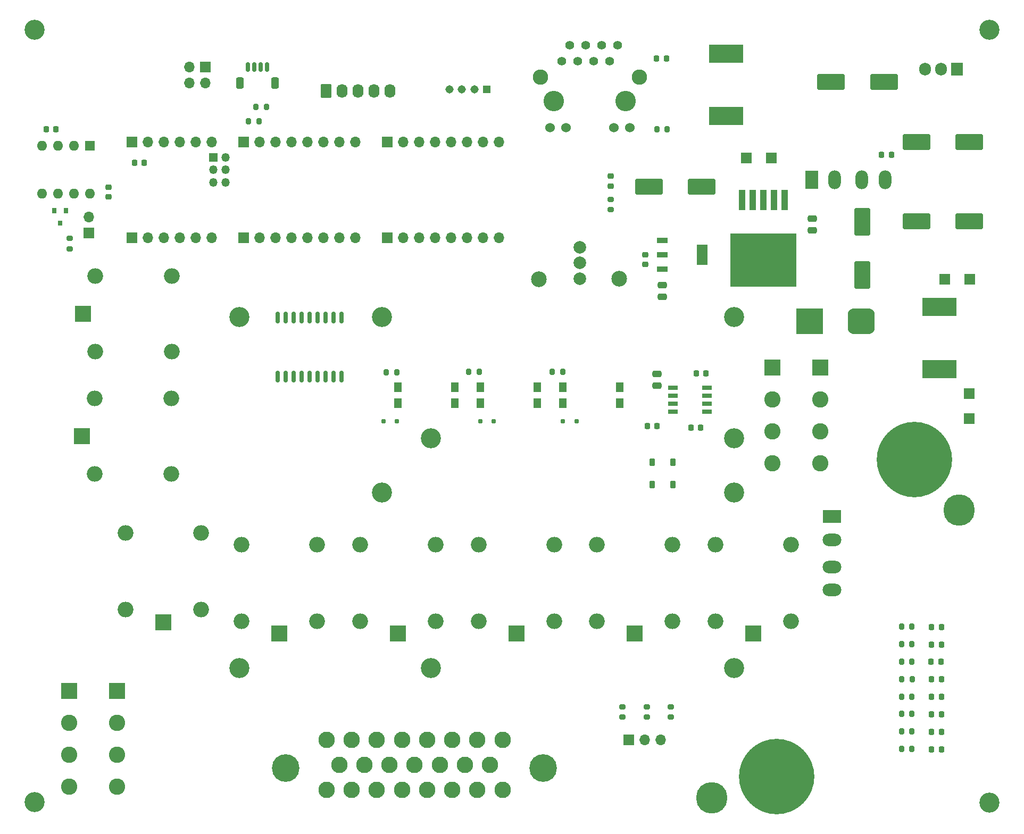
<source format=gbr>
%TF.GenerationSoftware,KiCad,Pcbnew,8.0.8*%
%TF.CreationDate,2025-03-16T07:00:45-06:00*%
%TF.ProjectId,RC11,52433131-2e6b-4696-9361-645f70636258,rev?*%
%TF.SameCoordinates,Original*%
%TF.FileFunction,Soldermask,Top*%
%TF.FilePolarity,Negative*%
%FSLAX46Y46*%
G04 Gerber Fmt 4.6, Leading zero omitted, Abs format (unit mm)*
G04 Created by KiCad (PCBNEW 8.0.8) date 2025-03-16 07:00:45*
%MOMM*%
%LPD*%
G01*
G04 APERTURE LIST*
G04 Aperture macros list*
%AMRoundRect*
0 Rectangle with rounded corners*
0 $1 Rounding radius*
0 $2 $3 $4 $5 $6 $7 $8 $9 X,Y pos of 4 corners*
0 Add a 4 corners polygon primitive as box body*
4,1,4,$2,$3,$4,$5,$6,$7,$8,$9,$2,$3,0*
0 Add four circle primitives for the rounded corners*
1,1,$1+$1,$2,$3*
1,1,$1+$1,$4,$5*
1,1,$1+$1,$6,$7*
1,1,$1+$1,$8,$9*
0 Add four rect primitives between the rounded corners*
20,1,$1+$1,$2,$3,$4,$5,0*
20,1,$1+$1,$4,$5,$6,$7,0*
20,1,$1+$1,$6,$7,$8,$9,0*
20,1,$1+$1,$8,$9,$2,$3,0*%
G04 Aperture macros list end*
%ADD10C,0.010000*%
%ADD11R,1.600000X1.600000*%
%ADD12O,1.600000X1.600000*%
%ADD13R,1.300000X1.500000*%
%ADD14R,1.500000X0.650000*%
%ADD15R,1.905000X2.000000*%
%ADD16O,1.905000X2.000000*%
%ADD17RoundRect,0.150000X-0.150000X0.800000X-0.150000X-0.800000X0.150000X-0.800000X0.150000X0.800000X0*%
%ADD18C,2.500000*%
%ADD19C,2.000000*%
%ADD20RoundRect,0.200000X0.275000X-0.200000X0.275000X0.200000X-0.275000X0.200000X-0.275000X-0.200000X0*%
%ADD21RoundRect,0.200000X-0.275000X0.200000X-0.275000X-0.200000X0.275000X-0.200000X0.275000X0.200000X0*%
%ADD22RoundRect,0.200000X0.200000X0.275000X-0.200000X0.275000X-0.200000X-0.275000X0.200000X-0.275000X0*%
%ADD23RoundRect,0.225000X-0.225000X-0.250000X0.225000X-0.250000X0.225000X0.250000X-0.225000X0.250000X0*%
%ADD24RoundRect,0.200000X-0.200000X-0.275000X0.200000X-0.275000X0.200000X0.275000X-0.200000X0.275000X0*%
%ADD25R,5.400000X2.900000*%
%ADD26R,2.600000X2.600000*%
%ADD27C,2.600000*%
%ADD28O,2.500000X2.500000*%
%ADD29R,2.500000X2.500000*%
%ADD30R,1.308000X1.308000*%
%ADD31C,1.308000*%
%ADD32R,1.700000X1.700000*%
%ADD33O,1.700000X1.700000*%
%ADD34C,3.251200*%
%ADD35C,1.397000*%
%ADD36C,1.524000*%
%ADD37C,2.445000*%
%ADD38RoundRect,0.250000X-0.620000X-0.845000X0.620000X-0.845000X0.620000X0.845000X-0.620000X0.845000X0*%
%ADD39O,1.740000X2.190000*%
%ADD40C,2.625000*%
%ADD41C,4.395000*%
%ADD42C,12.000000*%
%ADD43C,5.000000*%
%ADD44RoundRect,0.150000X0.150000X0.625000X-0.150000X0.625000X-0.150000X-0.625000X0.150000X-0.625000X0*%
%ADD45RoundRect,0.250000X0.350000X0.650000X-0.350000X0.650000X-0.350000X-0.650000X0.350000X-0.650000X0*%
%ADD46R,1.350000X1.350000*%
%ADD47O,1.350000X1.350000*%
%ADD48R,1.050000X3.210000*%
%ADD49R,10.530000X8.460000*%
%ADD50R,1.750000X0.950000*%
%ADD51R,1.750000X3.250000*%
%ADD52C,3.200000*%
%ADD53R,2.000000X3.000000*%
%ADD54O,2.000000X3.000000*%
%ADD55R,3.000000X2.000000*%
%ADD56O,3.000000X2.000000*%
%ADD57RoundRect,0.175000X0.175000X0.175000X-0.175000X0.175000X-0.175000X-0.175000X0.175000X-0.175000X0*%
%ADD58RoundRect,0.225000X-0.225000X-0.375000X0.225000X-0.375000X0.225000X0.375000X-0.225000X0.375000X0*%
%ADD59RoundRect,0.225000X0.225000X0.375000X-0.225000X0.375000X-0.225000X-0.375000X0.225000X-0.375000X0*%
%ADD60R,1.800000X1.800000*%
%ADD61RoundRect,1.025000X-1.125000X1.025000X-1.125000X-1.025000X1.125000X-1.025000X1.125000X1.025000X0*%
%ADD62R,4.300000X4.100000*%
%ADD63RoundRect,0.218750X0.218750X0.256250X-0.218750X0.256250X-0.218750X-0.256250X0.218750X-0.256250X0*%
%ADD64RoundRect,0.218750X-0.256250X0.218750X-0.256250X-0.218750X0.256250X-0.218750X0.256250X0.218750X0*%
%ADD65RoundRect,0.225000X-0.250000X0.225000X-0.250000X-0.225000X0.250000X-0.225000X0.250000X0.225000X0*%
%ADD66RoundRect,0.225000X0.225000X0.250000X-0.225000X0.250000X-0.225000X-0.250000X0.225000X-0.250000X0*%
%ADD67RoundRect,0.250000X0.475000X-0.250000X0.475000X0.250000X-0.475000X0.250000X-0.475000X-0.250000X0*%
%ADD68RoundRect,0.250000X-1.950000X-1.000000X1.950000X-1.000000X1.950000X1.000000X-1.950000X1.000000X0*%
%ADD69RoundRect,0.250000X1.950000X1.000000X-1.950000X1.000000X-1.950000X-1.000000X1.950000X-1.000000X0*%
%ADD70RoundRect,0.250000X1.000000X-1.950000X1.000000X1.950000X-1.000000X1.950000X-1.000000X-1.950000X0*%
%ADD71RoundRect,0.250000X-0.475000X0.250000X-0.475000X-0.250000X0.475000X-0.250000X0.475000X0.250000X0*%
G04 APERTURE END LIST*
D10*
%TO.C,S1*%
X28800000Y-62595000D02*
X28200000Y-62595000D01*
X28200000Y-61895000D01*
X28800000Y-61895000D01*
X28800000Y-62595000D01*
G36*
X28800000Y-62595000D02*
G01*
X28200000Y-62595000D01*
X28200000Y-61895000D01*
X28800000Y-61895000D01*
X28800000Y-62595000D01*
G37*
X26900000Y-62595000D02*
X26300000Y-62595000D01*
X26300000Y-61895000D01*
X26900000Y-61895000D01*
X26900000Y-62595000D01*
G36*
X26900000Y-62595000D02*
G01*
X26300000Y-62595000D01*
X26300000Y-61895000D01*
X26900000Y-61895000D01*
X26900000Y-62595000D01*
G37*
X27850000Y-64595000D02*
X27250000Y-64595000D01*
X27250000Y-63895000D01*
X27850000Y-63895000D01*
X27850000Y-64595000D01*
G36*
X27850000Y-64595000D02*
G01*
X27250000Y-64595000D01*
X27250000Y-63895000D01*
X27850000Y-63895000D01*
X27850000Y-64595000D01*
G37*
%TD*%
D11*
%TO.C,U8*%
X32350000Y-51960000D03*
D12*
X29810000Y-51960000D03*
X27270000Y-51960000D03*
X24730000Y-51960000D03*
X24730000Y-59580000D03*
X27270000Y-59580000D03*
X29810000Y-59580000D03*
X32350000Y-59580000D03*
%TD*%
D13*
%TO.C,U6*%
X107620000Y-90380000D03*
X107620000Y-92920000D03*
X116620000Y-92920000D03*
X116620000Y-90380000D03*
%TD*%
D14*
%TO.C,U5*%
X125100000Y-90495000D03*
X125100000Y-91765000D03*
X125100000Y-93035000D03*
X125100000Y-94305000D03*
X130500000Y-94305000D03*
X130500000Y-93035000D03*
X130500000Y-91765000D03*
X130500000Y-90495000D03*
%TD*%
D15*
%TO.C,U4*%
X170300000Y-39800000D03*
D16*
X167760000Y-39800000D03*
X165220000Y-39800000D03*
%TD*%
D17*
%TO.C,U3*%
X72380000Y-79275000D03*
X71110000Y-79275000D03*
X69840000Y-79275000D03*
X68570000Y-79275000D03*
X67300000Y-79275000D03*
X66030000Y-79275000D03*
X64760000Y-79275000D03*
X63490000Y-79275000D03*
X62220000Y-79275000D03*
X62220000Y-88725000D03*
X63490000Y-88725000D03*
X64760000Y-88725000D03*
X66030000Y-88725000D03*
X67300000Y-88725000D03*
X68570000Y-88725000D03*
X69840000Y-88725000D03*
X71110000Y-88725000D03*
X72380000Y-88725000D03*
%TD*%
D13*
%TO.C,U2*%
X94500000Y-90380000D03*
X94500000Y-92920000D03*
X103500000Y-92920000D03*
X103500000Y-90380000D03*
%TD*%
%TO.C,U1*%
X81380000Y-90380000D03*
X81380000Y-92920000D03*
X90380000Y-92920000D03*
X90380000Y-90380000D03*
%TD*%
D18*
%TO.C,TP2*%
X103800000Y-73200000D03*
%TD*%
%TO.C,TP1*%
X116600000Y-73100000D03*
%TD*%
D19*
%TO.C,RV1*%
X110300000Y-73100000D03*
X110300000Y-70600000D03*
X110300000Y-68100000D03*
%TD*%
D20*
%TO.C,R20*%
X124800000Y-142925000D03*
X124800000Y-141275000D03*
%TD*%
D21*
%TO.C,R19*%
X117100000Y-141275000D03*
X117100000Y-142925000D03*
%TD*%
D22*
%TO.C,R18*%
X107565000Y-87980000D03*
X105915000Y-87980000D03*
%TD*%
D20*
%TO.C,R17*%
X120950000Y-142925000D03*
X120950000Y-141275000D03*
%TD*%
D21*
%TO.C,R16*%
X29080000Y-66725000D03*
X29080000Y-68375000D03*
%TD*%
D23*
%TO.C,R15*%
X121025000Y-96600000D03*
X122575000Y-96600000D03*
%TD*%
D21*
%TO.C,R14*%
X115200000Y-60475000D03*
X115200000Y-62125000D03*
%TD*%
D24*
%TO.C,R13*%
X57575000Y-48100000D03*
X59225000Y-48100000D03*
%TD*%
%TO.C,R12*%
X58775000Y-45800000D03*
X60425000Y-45800000D03*
%TD*%
D22*
%TO.C,R11*%
X124200000Y-49300000D03*
X122550000Y-49300000D03*
%TD*%
%TO.C,R10*%
X163150000Y-147980000D03*
X161500000Y-147980000D03*
%TD*%
%TO.C,R9*%
X163150000Y-145200000D03*
X161500000Y-145200000D03*
%TD*%
%TO.C,R8*%
X163150000Y-142420000D03*
X161500000Y-142420000D03*
%TD*%
%TO.C,R7*%
X163150000Y-139640000D03*
X161500000Y-139640000D03*
%TD*%
%TO.C,R6*%
X163150000Y-134100000D03*
X161500000Y-134100000D03*
%TD*%
%TO.C,R5*%
X163200000Y-136900000D03*
X161550000Y-136900000D03*
%TD*%
%TO.C,R4*%
X163150000Y-131300000D03*
X161500000Y-131300000D03*
%TD*%
%TO.C,R3*%
X163150000Y-128520000D03*
X161500000Y-128520000D03*
%TD*%
%TO.C,R2*%
X94285000Y-87930000D03*
X92635000Y-87930000D03*
%TD*%
%TO.C,R1*%
X81165000Y-87990000D03*
X79515000Y-87990000D03*
%TD*%
D25*
%TO.C,L2*%
X167500000Y-87550000D03*
X167500000Y-77650000D03*
%TD*%
%TO.C,L1*%
X133600000Y-37300000D03*
X133600000Y-47200000D03*
%TD*%
D26*
%TO.C,KF2*%
X29045000Y-138715000D03*
X36665000Y-138715000D03*
D27*
X29045000Y-143795000D03*
X36665000Y-143795000D03*
X29045000Y-148875000D03*
X36665000Y-148875000D03*
X29045000Y-153955000D03*
X36665000Y-153955000D03*
%TD*%
D26*
%TO.C,KF1*%
X140980000Y-87240000D03*
X148600000Y-87240000D03*
D27*
X140980000Y-92320000D03*
X148600000Y-92320000D03*
X140980000Y-97400000D03*
X148600000Y-97400000D03*
X140980000Y-102480000D03*
X148600000Y-102480000D03*
%TD*%
D28*
%TO.C,K8*%
X143900000Y-127627500D03*
X131900000Y-127627500D03*
D29*
X137900000Y-129627500D03*
D28*
X131900000Y-115427500D03*
X143900000Y-115427500D03*
%TD*%
%TO.C,K7*%
X125050000Y-127627500D03*
X113050000Y-127627500D03*
D29*
X119050000Y-129627500D03*
D28*
X113050000Y-115427500D03*
X125050000Y-115427500D03*
%TD*%
%TO.C,K6*%
X106200000Y-127627500D03*
X94200000Y-127627500D03*
D29*
X100200000Y-129627500D03*
D28*
X94200000Y-115427500D03*
X106200000Y-115427500D03*
%TD*%
%TO.C,K5*%
X87350000Y-127627500D03*
X75350000Y-127627500D03*
D29*
X81350000Y-129627500D03*
D28*
X75350000Y-115427500D03*
X87350000Y-115427500D03*
%TD*%
%TO.C,K4*%
X68500000Y-127627500D03*
X56500000Y-127627500D03*
D29*
X62500000Y-129627500D03*
D28*
X56500000Y-115427500D03*
X68500000Y-115427500D03*
%TD*%
%TO.C,K3*%
X50000000Y-125827500D03*
X38000000Y-125827500D03*
D29*
X44000000Y-127827500D03*
D28*
X38000000Y-113627500D03*
X50000000Y-113627500D03*
%TD*%
%TO.C,K2*%
X33072500Y-104200000D03*
X33072500Y-92200000D03*
D29*
X31072500Y-98200000D03*
D28*
X45272500Y-92200000D03*
X45272500Y-104200000D03*
%TD*%
%TO.C,K1*%
X33200000Y-84700000D03*
X33200000Y-72700000D03*
D29*
X31200000Y-78700000D03*
D28*
X45400000Y-72700000D03*
X45400000Y-84700000D03*
%TD*%
D30*
%TO.C,J21*%
X95523200Y-43017000D03*
D31*
X93523200Y-43017000D03*
X91523200Y-43017000D03*
X89523200Y-43017000D03*
%TD*%
D32*
%TO.C,J18*%
X32140000Y-65845000D03*
D33*
X32140000Y-63305000D03*
%TD*%
D32*
%TO.C,J17*%
X118060000Y-146500000D03*
D33*
X120600000Y-146500000D03*
X123140000Y-146500000D03*
%TD*%
D32*
%TO.C,J16*%
X56760000Y-51360000D03*
D33*
X59300000Y-51360000D03*
X61840000Y-51360000D03*
X64380000Y-51360000D03*
X66920000Y-51360000D03*
X69460000Y-51360000D03*
X72000000Y-51360000D03*
X74540000Y-51360000D03*
%TD*%
D32*
%TO.C,J15*%
X38980000Y-51360000D03*
D33*
X41520000Y-51360000D03*
X44060000Y-51360000D03*
X46600000Y-51360000D03*
X49140000Y-51360000D03*
X51680000Y-51360000D03*
%TD*%
D34*
%TO.C,J14*%
X117614999Y-44890000D03*
X106184999Y-44890000D03*
D35*
X107454999Y-38540000D03*
X108724999Y-36000000D03*
X109994999Y-38540000D03*
X111264999Y-36000000D03*
X112534999Y-38540000D03*
X113804999Y-36000000D03*
X115074999Y-38540000D03*
X116344999Y-36000000D03*
D36*
X105574998Y-49089999D03*
X108064998Y-49089999D03*
X115735000Y-49089999D03*
X118225000Y-49089999D03*
D37*
X119799998Y-41000000D03*
X104000000Y-41000000D03*
%TD*%
D38*
%TO.C,J13*%
X69891800Y-43237000D03*
D39*
X72431800Y-43237000D03*
X74971800Y-43237000D03*
X77511800Y-43237000D03*
X80051800Y-43237000D03*
%TD*%
D40*
%TO.C,J12*%
X70000000Y-146500000D03*
X74000000Y-146500000D03*
X78000000Y-146500000D03*
X82000000Y-146500000D03*
X86000000Y-146500000D03*
X90000000Y-146500000D03*
X94000000Y-146500000D03*
X98000000Y-146500000D03*
X72000000Y-150500000D03*
X76000000Y-150500000D03*
X80000000Y-150500000D03*
X84000000Y-150500000D03*
X88000000Y-150500000D03*
X92000000Y-150500000D03*
X96000000Y-150500000D03*
X70000000Y-154500000D03*
X74000000Y-154500000D03*
X78000000Y-154500000D03*
X82000000Y-154500000D03*
X86000000Y-154500000D03*
X90000000Y-154500000D03*
X94000000Y-154500000D03*
X98000000Y-154500000D03*
D41*
X63500000Y-151000000D03*
X104500000Y-151000000D03*
%TD*%
D42*
%TO.C,J11*%
X141670000Y-152360000D03*
%TD*%
D43*
%TO.C,J10*%
X131300000Y-155800000D03*
%TD*%
D42*
%TO.C,J9*%
X163600000Y-101900000D03*
%TD*%
D43*
%TO.C,J8*%
X170700000Y-110000000D03*
%TD*%
D32*
%TO.C,J7*%
X79620000Y-51360000D03*
D33*
X82160000Y-51360000D03*
X84700000Y-51360000D03*
X87240000Y-51360000D03*
X89780000Y-51360000D03*
X92320000Y-51360000D03*
X94860000Y-51360000D03*
X97400000Y-51360000D03*
%TD*%
D32*
%TO.C,J6*%
X56760000Y-66600000D03*
D33*
X59300000Y-66600000D03*
X61840000Y-66600000D03*
X64380000Y-66600000D03*
X66920000Y-66600000D03*
X69460000Y-66600000D03*
X72000000Y-66600000D03*
X74540000Y-66600000D03*
%TD*%
D32*
%TO.C,J5*%
X79620000Y-66600000D03*
D33*
X82160000Y-66600000D03*
X84700000Y-66600000D03*
X87240000Y-66600000D03*
X89780000Y-66600000D03*
X92320000Y-66600000D03*
X94860000Y-66600000D03*
X97400000Y-66600000D03*
%TD*%
D32*
%TO.C,J4*%
X38980000Y-66600000D03*
D33*
X41520000Y-66600000D03*
X44060000Y-66600000D03*
X46600000Y-66600000D03*
X49140000Y-66600000D03*
X51680000Y-66600000D03*
%TD*%
D44*
%TO.C,J3*%
X60500000Y-39475000D03*
X59500000Y-39475000D03*
X58500000Y-39475000D03*
X57500000Y-39475000D03*
D45*
X61800000Y-42000000D03*
X56200000Y-42000000D03*
%TD*%
D32*
%TO.C,J2*%
X50700000Y-39460000D03*
D33*
X48160000Y-39460000D03*
X50700000Y-42000000D03*
X48160000Y-42000000D03*
%TD*%
D46*
%TO.C,J1*%
X51950000Y-53798400D03*
D47*
X53950000Y-53798400D03*
X51950000Y-55798400D03*
X53950000Y-55798400D03*
X51950000Y-57798400D03*
X53950000Y-57798400D03*
%TD*%
D48*
%TO.C,IC2*%
X142900000Y-60563250D03*
X141200000Y-60563250D03*
X139500000Y-60563250D03*
X137800000Y-60563250D03*
X136100000Y-60563250D03*
D49*
X139500000Y-70193250D03*
%TD*%
D50*
%TO.C,IC1*%
X123450000Y-67000000D03*
X123450000Y-69300000D03*
X123450000Y-71600000D03*
D51*
X129750000Y-69300000D03*
%TD*%
D52*
%TO.C,H4*%
X175500000Y-33500000D03*
%TD*%
%TO.C,H3*%
X175500000Y-156500000D03*
%TD*%
%TO.C,H2*%
X23500000Y-156400000D03*
%TD*%
%TO.C,H1*%
X23500000Y-33500000D03*
%TD*%
D53*
%TO.C,F2*%
X147200000Y-57400000D03*
D54*
X150900000Y-57400000D03*
X155200000Y-57400000D03*
X158900000Y-57400000D03*
%TD*%
D55*
%TO.C,F1*%
X150455000Y-110995000D03*
D56*
X150455000Y-114695000D03*
X150455000Y-118995000D03*
X150455000Y-122695000D03*
%TD*%
D57*
%TO.C,D18*%
X109785000Y-95820000D03*
X107635000Y-95820000D03*
%TD*%
%TO.C,D17*%
X81205000Y-95800000D03*
X79055000Y-95800000D03*
%TD*%
%TO.C,D16*%
X96615000Y-95790000D03*
X94465000Y-95790000D03*
%TD*%
D58*
%TO.C,D15*%
X121850000Y-105900000D03*
X125150000Y-105900000D03*
%TD*%
D59*
%TO.C,D14*%
X125150000Y-102350000D03*
X121850000Y-102350000D03*
%TD*%
D60*
%TO.C,D13*%
X168400000Y-73200000D03*
X172400000Y-73200000D03*
%TD*%
%TO.C,D12*%
X172300000Y-91400000D03*
X172300000Y-95400000D03*
%TD*%
D61*
%TO.C,D11*%
X155100000Y-79900000D03*
D62*
X146900000Y-79900000D03*
%TD*%
D63*
%TO.C,D10*%
X167887500Y-148020000D03*
X166312500Y-148020000D03*
%TD*%
%TO.C,D9*%
X167887500Y-145240000D03*
X166312500Y-145240000D03*
%TD*%
%TO.C,D8*%
X167887500Y-142460000D03*
X166312500Y-142460000D03*
%TD*%
%TO.C,D7*%
X167887500Y-139680000D03*
X166312500Y-139680000D03*
%TD*%
%TO.C,D6*%
X167800000Y-134100000D03*
X166225000Y-134100000D03*
%TD*%
%TO.C,D5*%
X167887500Y-136900000D03*
X166312500Y-136900000D03*
%TD*%
%TO.C,D4*%
X167887500Y-131340000D03*
X166312500Y-131340000D03*
%TD*%
%TO.C,D3*%
X167887500Y-128560000D03*
X166312500Y-128560000D03*
%TD*%
D60*
%TO.C,D2*%
X140800000Y-53900000D03*
X136800000Y-53900000D03*
%TD*%
D64*
%TO.C,D1*%
X115200000Y-56812500D03*
X115200000Y-58387500D03*
%TD*%
D65*
%TO.C,C16*%
X35280000Y-58550000D03*
X35280000Y-60100000D03*
%TD*%
D66*
%TO.C,C15*%
X26930000Y-49310000D03*
X25380000Y-49310000D03*
%TD*%
D23*
%TO.C,C14*%
X127965000Y-96850000D03*
X129515000Y-96850000D03*
%TD*%
%TO.C,C13*%
X128825000Y-88200000D03*
X130375000Y-88200000D03*
%TD*%
D67*
%TO.C,C12*%
X122600000Y-90150000D03*
X122600000Y-88250000D03*
%TD*%
D23*
%TO.C,C11*%
X158350000Y-53400000D03*
X159900000Y-53400000D03*
%TD*%
D68*
%TO.C,C10*%
X150300000Y-41800000D03*
X158700000Y-41800000D03*
%TD*%
%TO.C,C9*%
X163900000Y-51400000D03*
X172300000Y-51400000D03*
%TD*%
D23*
%TO.C,C8*%
X122525000Y-38100000D03*
X124075000Y-38100000D03*
%TD*%
D68*
%TO.C,C7*%
X163900000Y-64000000D03*
X172300000Y-64000000D03*
%TD*%
D23*
%TO.C,C6*%
X39424200Y-54712800D03*
X40974200Y-54712800D03*
%TD*%
D69*
%TO.C,C5*%
X129700000Y-58500000D03*
X121300000Y-58500000D03*
%TD*%
D70*
%TO.C,C4*%
X155300000Y-72500000D03*
X155300000Y-64100000D03*
%TD*%
D71*
%TO.C,C3*%
X147300000Y-63550000D03*
X147300000Y-65450000D03*
%TD*%
%TO.C,C2*%
X123400000Y-74150000D03*
X123400000Y-76050000D03*
%TD*%
D65*
%TO.C,C1*%
X120700000Y-69325000D03*
X120700000Y-70875000D03*
%TD*%
D52*
%TO.C,REF\u002A\u002A*%
X134820000Y-135080000D03*
X134820000Y-107200000D03*
X134820000Y-98500000D03*
X134820000Y-79200000D03*
X86560000Y-135080000D03*
X86560000Y-98500000D03*
X78820000Y-107200000D03*
X78820000Y-79200000D03*
X56080000Y-135080000D03*
X56080000Y-79200000D03*
%TD*%
M02*

</source>
